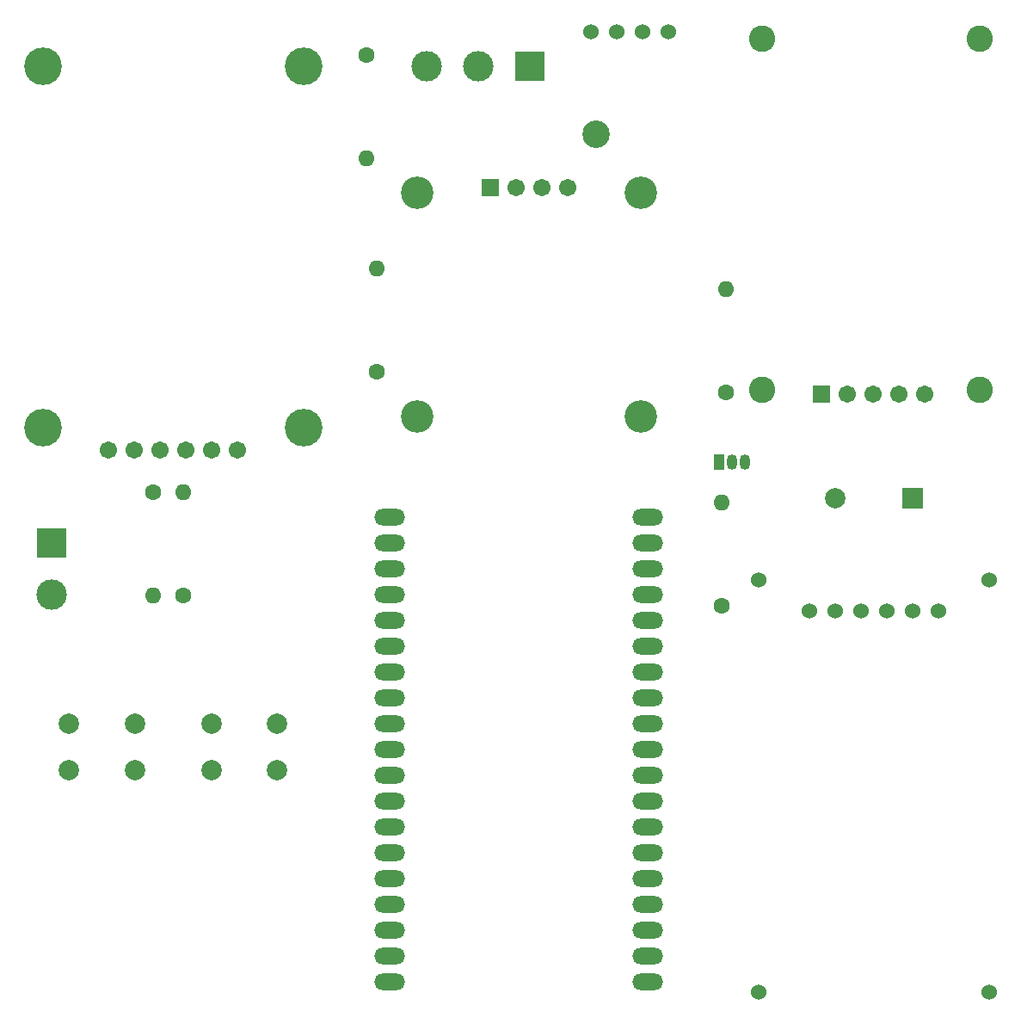
<source format=gbr>
%TF.GenerationSoftware,KiCad,Pcbnew,7.0.10*%
%TF.CreationDate,2024-04-15T10:50:27-06:00*%
%TF.ProjectId,ducuchu,64756375-6368-4752-9e6b-696361645f70,rev?*%
%TF.SameCoordinates,Original*%
%TF.FileFunction,Soldermask,Bot*%
%TF.FilePolarity,Negative*%
%FSLAX46Y46*%
G04 Gerber Fmt 4.6, Leading zero omitted, Abs format (unit mm)*
G04 Created by KiCad (PCBNEW 7.0.10) date 2024-04-15 10:50:27*
%MOMM*%
%LPD*%
G01*
G04 APERTURE LIST*
G04 Aperture macros list*
%AMRoundRect*
0 Rectangle with rounded corners*
0 $1 Rounding radius*
0 $2 $3 $4 $5 $6 $7 $8 $9 X,Y pos of 4 corners*
0 Add a 4 corners polygon primitive as box body*
4,1,4,$2,$3,$4,$5,$6,$7,$8,$9,$2,$3,0*
0 Add four circle primitives for the rounded corners*
1,1,$1+$1,$2,$3*
1,1,$1+$1,$4,$5*
1,1,$1+$1,$6,$7*
1,1,$1+$1,$8,$9*
0 Add four rect primitives between the rounded corners*
20,1,$1+$1,$2,$3,$4,$5,0*
20,1,$1+$1,$4,$5,$6,$7,0*
20,1,$1+$1,$6,$7,$8,$9,0*
20,1,$1+$1,$8,$9,$2,$3,0*%
G04 Aperture macros list end*
%ADD10C,2.000000*%
%ADD11C,1.600000*%
%ADD12O,1.600000X1.600000*%
%ADD13RoundRect,0.102000X0.754000X0.754000X-0.754000X0.754000X-0.754000X-0.754000X0.754000X-0.754000X0*%
%ADD14C,2.600000*%
%ADD15C,1.712000*%
%ADD16C,3.704000*%
%ADD17R,2.000000X2.000000*%
%ADD18R,3.000000X3.000000*%
%ADD19C,3.000000*%
%ADD20R,1.050000X1.500000*%
%ADD21O,1.050000X1.500000*%
%ADD22C,1.524000*%
%ADD23C,2.704000*%
%ADD24C,3.204000*%
%ADD25RoundRect,0.102000X-0.754000X-0.754000X0.754000X-0.754000X0.754000X0.754000X-0.754000X0.754000X0*%
%ADD26O,3.048800X1.626400*%
G04 APERTURE END LIST*
D10*
%TO.C,SW1*%
X97750000Y-130750000D03*
X104250000Y-130750000D03*
X97750000Y-135250000D03*
X104250000Y-135250000D03*
%TD*%
D11*
%TO.C,R5*%
X162450000Y-98080000D03*
D12*
X162450000Y-87920000D03*
%TD*%
D11*
%TO.C,R4*%
X128000000Y-96080000D03*
D12*
X128000000Y-85920000D03*
%TD*%
D11*
%TO.C,R6*%
X162000000Y-119080000D03*
D12*
X162000000Y-108920000D03*
%TD*%
D13*
%TO.C,U7*%
X171800000Y-98300000D03*
D14*
X166000000Y-63340000D03*
X166000000Y-97900000D03*
D15*
X174340000Y-98300000D03*
D14*
X187360000Y-63340000D03*
X187360000Y-97900000D03*
D15*
X176880000Y-98300000D03*
X179420000Y-98300000D03*
X181960000Y-98300000D03*
%TD*%
%TO.C,U5*%
X101600000Y-103800000D03*
X104140000Y-103800000D03*
X106680000Y-103800000D03*
X109220000Y-103800000D03*
D16*
X95200000Y-66000000D03*
X95200000Y-101600000D03*
D15*
X111760000Y-103800000D03*
D16*
X120800000Y-66000000D03*
X120800000Y-101600000D03*
D15*
X114300000Y-103800000D03*
%TD*%
D17*
%TO.C,BZ1*%
X180800000Y-108500000D03*
D10*
X173200000Y-108500000D03*
%TD*%
D18*
%TO.C,J1*%
X96000000Y-112920000D03*
D19*
X96000000Y-118000000D03*
%TD*%
D18*
%TO.C,U2*%
X143080000Y-66040000D03*
D19*
X138000000Y-66040000D03*
X132920000Y-66040000D03*
%TD*%
D10*
%TO.C,SW2*%
X111750000Y-130750000D03*
X118250000Y-130750000D03*
X111750000Y-135250000D03*
X118250000Y-135250000D03*
%TD*%
D20*
%TO.C,Q1*%
X161730000Y-105000000D03*
D21*
X163000000Y-105000000D03*
X164270000Y-105000000D03*
%TD*%
D11*
%TO.C,R1*%
X127000000Y-64920000D03*
D12*
X127000000Y-75080000D03*
%TD*%
D11*
%TO.C,R2*%
X106000000Y-107920000D03*
D12*
X106000000Y-118080000D03*
%TD*%
D22*
%TO.C,U4*%
X149100000Y-62651000D03*
D23*
X149600000Y-72751000D03*
D22*
X151640000Y-62651000D03*
X154180000Y-62651000D03*
X156720000Y-62651000D03*
%TD*%
D24*
%TO.C,U3*%
X132000000Y-100500000D03*
X154000000Y-100500000D03*
X154000000Y-78500000D03*
X132000000Y-78500000D03*
D15*
X146810000Y-78000000D03*
X144270000Y-78000000D03*
X141730000Y-78000000D03*
D25*
X139190000Y-78000000D03*
%TD*%
D11*
%TO.C,R3*%
X109000000Y-118080000D03*
D12*
X109000000Y-107920000D03*
%TD*%
D26*
%TO.C,U1*%
X129280000Y-110410000D03*
X129280000Y-112950000D03*
X129280000Y-143430000D03*
X154680000Y-110410000D03*
X154680000Y-125650000D03*
X154680000Y-143430000D03*
X154680000Y-145970000D03*
X154680000Y-140890000D03*
X154680000Y-133270000D03*
X154680000Y-156130000D03*
X154680000Y-153590000D03*
X154680000Y-151050000D03*
X129280000Y-148510000D03*
X129280000Y-151050000D03*
X129280000Y-153590000D03*
X129280000Y-140890000D03*
X129280000Y-145970000D03*
X129280000Y-138350000D03*
X154680000Y-148510000D03*
X154680000Y-138350000D03*
X154680000Y-135810000D03*
X154680000Y-130730000D03*
X154680000Y-128190000D03*
X154680000Y-123110000D03*
X154680000Y-115490000D03*
X154680000Y-112950000D03*
X129280000Y-130730000D03*
X129280000Y-133270000D03*
X129280000Y-135810000D03*
X129280000Y-125650000D03*
X129280000Y-128190000D03*
X129280000Y-120570000D03*
X129280000Y-123110000D03*
X129280000Y-115490000D03*
X129280000Y-118030000D03*
X154680000Y-120570000D03*
X154680000Y-118030000D03*
X129280000Y-156130000D03*
%TD*%
D22*
%TO.C,U6*%
X188300000Y-157100000D03*
X188300000Y-116600000D03*
X170600000Y-119590000D03*
X165600000Y-157100000D03*
X165600000Y-116600000D03*
X173140000Y-119590000D03*
X175680000Y-119590000D03*
X178220000Y-119590000D03*
X180760000Y-119590000D03*
X183300000Y-119590000D03*
%TD*%
M02*

</source>
